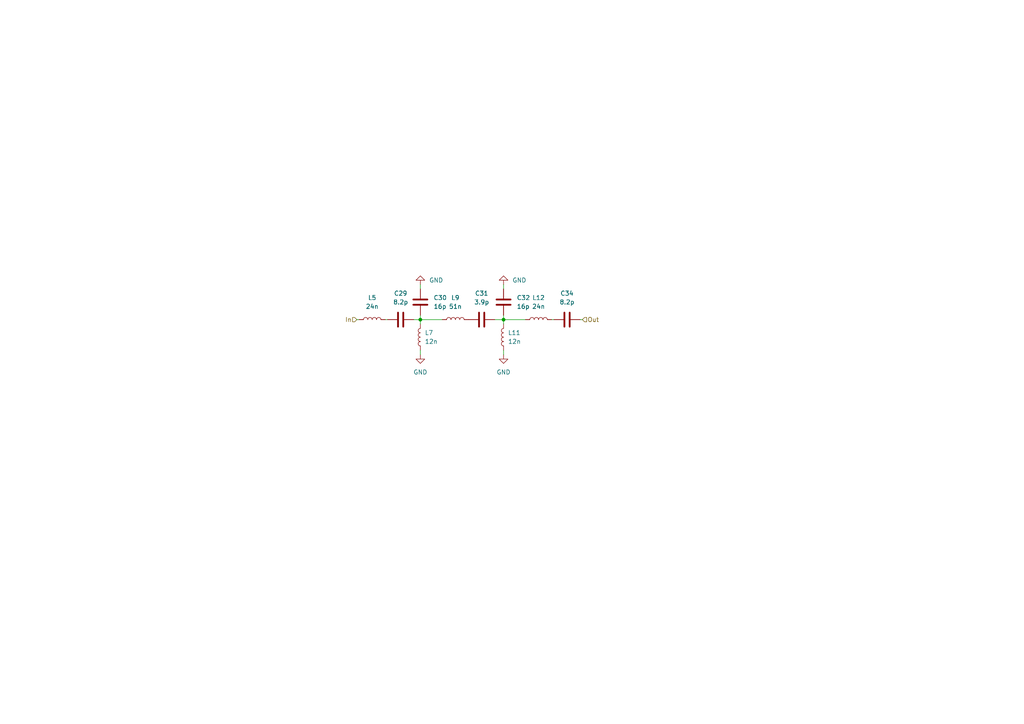
<source format=kicad_sch>
(kicad_sch (version 20230121) (generator eeschema)
  (paper "A4")
  (lib_symbols
    (symbol "Device:C" (pin_numbers hide) (pin_names (offset 0.254))
      (property "Reference" "C" (at 0.635 2.54 0))
      (property "Value" "C" (at 0.635 -2.54 0))
      (symbol "C_0_1"
        (polyline (pts (xy -2.032 -0.762) (xy 2.032 -0.762)) (stroke (width 0.508)))
        (polyline (pts (xy -2.032 0.762) (xy 2.032 0.762)) (stroke (width 0.508)))
      )
      (symbol "C_1_1"
        (pin passive line (at 0 3.81 270) (length 2.794) (name "~") (number "1"))
        (pin passive line (at 0 -3.81 90) (length 2.794) (name "~") (number "2"))
      )
    )
    (symbol "Device:L" (pin_numbers hide) (pin_names (offset 1.016) hide)
      (property "Reference" "L" (at -1.27 0 90))
      (property "Value" "L" (at 1.905 0 90))
      (symbol "L_0_1"
        (arc (start 0 -2.54) (mid 0.6323 -1.905) (end 0 -1.27))
        (arc (start 0 -1.27) (mid 0.6323 -0.635) (end 0 0))
        (arc (start 0 0) (mid 0.6323 0.635) (end 0 1.27))
        (arc (start 0 1.27) (mid 0.6323 1.905) (end 0 2.54))
      )
      (symbol "L_1_1"
        (pin passive line (at 0 3.81 270) (length 1.27) (name "1") (number "1"))
        (pin passive line (at 0 -3.81 90) (length 1.27) (name "2") (number "2"))
      )
    )
    (symbol "power:GND" (power) (pin_names (offset 0))
      (property "Value" "GND" (at 0 -3.81 0))
      (symbol "GND_0_1"
        (polyline (pts (xy 0 0) (xy 0 -1.27) (xy 1.27 -1.27) (xy 0 -2.54) (xy -1.27 -1.27) (xy 0 -1.27)))
      )
      (symbol "GND_1_1"
        (pin power_in line (at 0 0 270) (length 0) hide (name "GND") (number "1"))
      )
    )
  )
  (junction (at 146.05 92.71))
  (junction (at 121.92 92.71))
  (wire (pts (xy 146.05 91.44) (xy 146.05 92.71)))
  (wire (pts (xy 121.92 91.44) (xy 121.92 92.71)))
  (wire (pts (xy 103.505 92.71) (xy 104.14 92.71)))
  (wire (pts (xy 120.015 92.71) (xy 121.92 92.71)))
  (wire (pts (xy 121.92 101.6) (xy 121.92 102.87)))
  (wire (pts (xy 146.05 92.71) (xy 146.05 93.98)))
  (wire (pts (xy 146.05 101.6) (xy 146.05 102.87)))
  (wire (pts (xy 146.05 92.71) (xy 152.4 92.71)))
  (wire (pts (xy 160.02 92.71) (xy 160.655 92.71)))
  (wire (pts (xy 143.51 92.71) (xy 146.05 92.71)))
  (wire (pts (xy 111.76 92.71) (xy 112.395 92.71)))
  (wire (pts (xy 168.275 92.71) (xy 168.91 92.71)))
  (wire (pts (xy 121.92 92.71) (xy 128.27 92.71)))
  (wire (pts (xy 121.92 82.55) (xy 121.92 83.82)))
  (wire (pts (xy 146.05 82.55) (xy 146.05 83.82)))
  (wire (pts (xy 121.92 92.71) (xy 121.92 93.98)))
  (hierarchical_label "Out" (shape input) (at 168.91 92.71 0))
  (hierarchical_label "In" (shape input) (at 103.505 92.71 180))
  (symbol (lib_id "power:GND") (at 146.05 102.87 0) (unit 1)
    (property "Reference" "#PWR0132" (effects hide))
    (property "Value" "GND" (at 146.05 107.95 0))
    (instances (project "GreX Frontend" (path "" (reference "#PWR0132") (unit 1)) (path "" (reference "#PWR0171") (unit 1))))
  )
  (symbol (lib_id "Device:C") (at 139.7 92.71 90) (unit 1)
    (property "Reference" "C31" (at 139.7 85.09 90))
    (property "Value" "3.9p" (at 139.7 87.63 90))
    (property "Footprint" "Capacitor_SMD:C_0402_1005Metric" (effects hide))
    (property "MPN" "GJM1555C1H3R9WB01D" (effects hide))
    (property "LCSC" "C88893" (effects hide))
    (instances (project "GreX Frontend" (path "" (reference "C31") (unit 1)) (path "" (reference "C64") (unit 1))))
  )
  (symbol (lib_id "Device:L") (at 146.05 97.79 180) (unit 1)
    (property "Reference" "L11" (at 147.32 96.5199 0) (effects (justify right)))
    (property "Value" "12n" (at 147.32 99.0599 0) (effects (justify right)))
    (property "Footprint" "Inductor_SMD:L_0402_1005Metric" (effects hide))
    (property "MPN" "LQW15AN12NG00D" (effects hide))
    (property "LCSC" "C86128" (effects hide))
    (instances (project "GreX Frontend" (path "" (reference "L11") (unit 1)) (path "" (reference "L20") (unit 1))))
  )
  (symbol (lib_id "Device:L") (at 121.92 97.79 180) (unit 1)
    (property "Reference" "L7" (at 123.19 96.5199 0) (effects (justify right)))
    (property "Value" "12n" (at 123.19 99.0599 0) (effects (justify right)))
    (property "Footprint" "Inductor_SMD:L_0402_1005Metric" (effects hide))
    (property "MPN" "LQW15AN12NG00D" (effects hide))
    (property "LCSC" "C86128" (effects hide))
    (instances (project "GreX Frontend" (path "" (reference "L7") (unit 1)) (path "" (reference "L17") (unit 1))))
  )
  (symbol (lib_id "Device:C") (at 164.465 92.71 90) (unit 1)
    (property "Reference" "C34" (at 164.465 85.09 90))
    (property "Value" "8.2p" (at 164.465 87.63 90))
    (property "Footprint" "Capacitor_SMD:C_0402_1005Metric" (effects hide))
    (property "MPN" "GJM1555C1H8R2BB01D" (effects hide))
    (property "LCSC" "C161336" (effects hide))
    (instances (project "GreX Frontend" (path "" (reference "C34") (unit 1)) (path "" (reference "C67") (unit 1))))
  )
  (symbol (lib_id "power:GND") (at 121.92 82.55 180) (unit 1)
    (property "Reference" "#PWR0110" (effects hide))
    (property "Value" "GND" (at 124.46 81.2799 0) (effects (justify right)))
    (instances (project "GreX Frontend" (path "" (reference "#PWR0110") (unit 1)) (path "" (reference "#PWR0169") (unit 1))))
  )
  (symbol (lib_id "power:GND") (at 146.05 82.55 180) (unit 1)
    (property "Reference" "#PWR0114" (effects hide))
    (property "Value" "GND" (at 148.59 81.2799 0) (effects (justify right)))
    (instances (project "GreX Frontend" (path "" (reference "#PWR0114") (unit 1)) (path "" (reference "#PWR0170") (unit 1))))
  )
  (symbol (lib_id "Device:L") (at 107.95 92.71 90) (unit 1)
    (property "Reference" "L5" (at 107.95 86.36 90))
    (property "Value" "24n" (at 107.95 88.9 90))
    (property "Footprint" "Inductor_SMD:L_0402_1005Metric" (effects hide))
    (property "MPN" "LQW15AN24NG00D" (effects hide))
    (property "LCSC" "C167472" (effects hide))
    (instances (project "GreX Frontend" (path "" (reference "L5") (unit 1)) (path "" (reference "L16") (unit 1))))
  )
  (symbol (lib_id "Device:L") (at 132.08 92.71 90) (unit 1)
    (property "Reference" "L9" (at 132.08 86.36 90))
    (property "Value" "51n" (at 132.08 88.9 90))
    (property "Footprint" "Inductor_SMD:L_0402_1005Metric" (effects hide))
    (property "MPN" "LQW15AN51NG00D" (effects hide))
    (property "LCSC" "C113116" (effects hide))
    (instances (project "GreX Frontend" (path "" (reference "L9") (unit 1)) (path "" (reference "L18") (unit 1))))
  )
  (symbol (lib_id "Device:C") (at 146.05 87.63 180) (unit 1)
    (property "Reference" "C32" (at 149.86 86.3599 0) (effects (justify right)))
    (property "Value" "16p" (at 149.86 88.8999 0) (effects (justify right)))
    (property "Footprint" "Capacitor_SMD:C_0402_1005Metric" (effects hide))
    (property "MPN" "GJM1555C1H160GB01D" (effects hide))
    (property "LCSC" "C161307" (effects hide))
    (instances (project "GreX Frontend" (path "" (reference "C32") (unit 1)) (path "" (reference "C65") (unit 1))))
  )
  (symbol (lib_id "Device:L") (at 156.21 92.71 90) (unit 1)
    (property "Reference" "L12" (at 156.21 86.36 90))
    (property "Value" "24n" (at 156.21 88.9 90))
    (property "Footprint" "Inductor_SMD:L_0402_1005Metric" (effects hide))
    (property "MPN" "LQW15AN24NG00D" (effects hide))
    (property "LCSC" "C167472" (effects hide))
    (instances (project "GreX Frontend" (path "" (reference "L12") (unit 1)) (path "" (reference "L21") (unit 1))))
  )
  (symbol (lib_id "Device:C") (at 116.205 92.71 90) (unit 1)
    (property "Reference" "C29" (at 116.205 85.09 90))
    (property "Value" "8.2p" (at 116.205 87.63 90))
    (property "Footprint" "Capacitor_SMD:C_0402_1005Metric" (effects hide))
    (property "MPN" "GJM1555C1H8R2BB01D" (effects hide))
    (property "LCSC" "C161336" (effects hide))
    (instances (project "GreX Frontend" (path "" (reference "C29") (unit 1)) (path "" (reference "C61") (unit 1))))
  )
  (symbol (lib_id "Device:C") (at 121.92 87.63 180) (unit 1)
    (property "Reference" "C30" (at 125.73 86.3599 0) (effects (justify right)))
    (property "Value" "16p" (at 125.73 88.8999 0) (effects (justify right)))
    (property "Footprint" "Capacitor_SMD:C_0402_1005Metric" (effects hide))
    (property "MPN" "GJM1555C1H160GB01D" (effects hide))
    (property "LCSC" "C161307" (effects hide))
    (instances (project "GreX Frontend" (path "" (reference "C30") (unit 1)) (path "" (reference "C62") (unit 1))))
  )
  (symbol (lib_id "power:GND") (at 121.92 102.87 0) (unit 1)
    (property "Reference" "#PWR0133" (effects hide))
    (property "Value" "GND" (at 121.92 107.95 0))
    (instances (project "GreX Frontend" (path "" (reference "#PWR0133") (unit 1)) (path "" (reference "#PWR0172") (unit 1))))
  )
)
</source>
